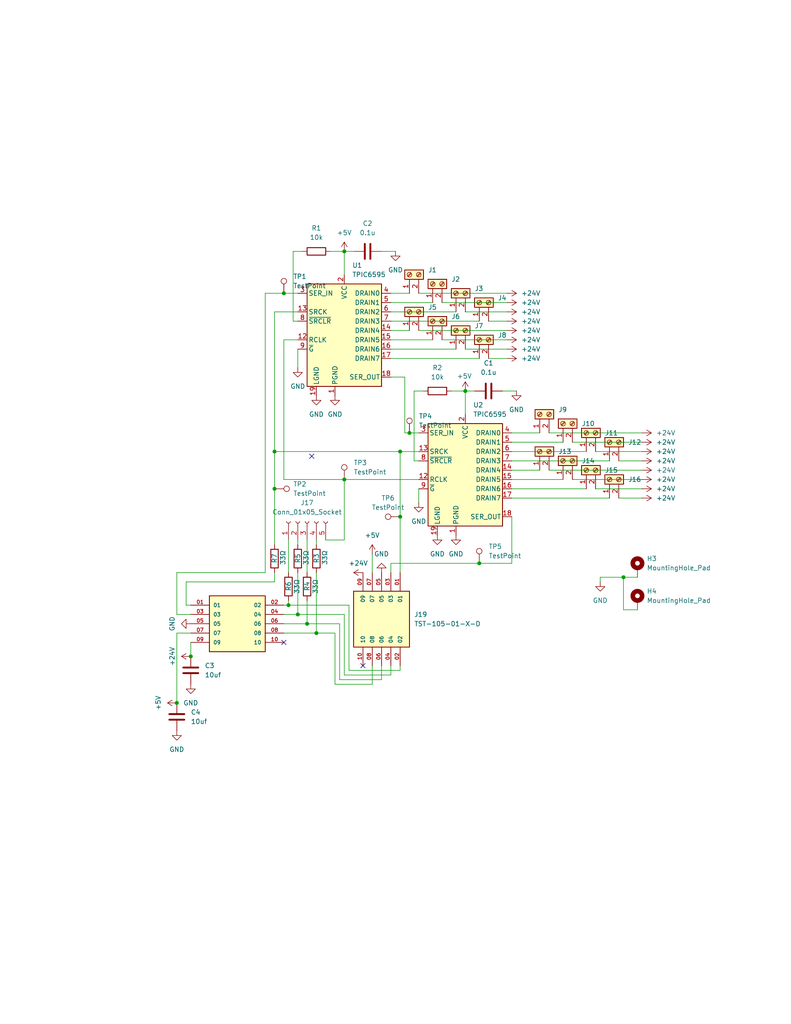
<source format=kicad_sch>
(kicad_sch (version 20250114) (generator "eeschema") (generator_version "9.0")
  (paper "USLetter" portrait)
  (title_block (title "MultiBiOS Serial Olfactometer Controller") (date "2025-09-26") (rev "0") (company "Ruta and Kronauer Labs, Rockefeller University") (comment 1 "No Valve Speed Modification"))
  (lib_symbols
    (symbol "Connector:Conn_01x05_Socket" (pin_names (offset 1.016) (hide yes))
      (property "Reference" "J" (at 0 7.62 0))
      (property "Value" "Conn_01x05_Socket" (at 0 -7.62 0))
      (symbol "Conn_01x05_Socket_1_1"
        (polyline (pts (xy -1.27 5.08) (xy -0.508 5.08)) (stroke (width 0.1524)))
        (polyline (pts (xy -1.27 2.54) (xy -0.508 2.54)) (stroke (width 0.1524)))
        (polyline (pts (xy -1.27 0) (xy -0.508 0)) (stroke (width 0.1524)))
        (polyline (pts (xy -1.27 -2.54) (xy -0.508 -2.54)) (stroke (width 0.1524)))
        (polyline (pts (xy -1.27 -5.08) (xy -0.508 -5.08)) (stroke (width 0.1524)))
        (arc (start 0 4.572) (mid -0.5058 5.08) (end 0 5.588) (stroke (width 0.1524)))
        (arc (start 0 2.032) (mid -0.5058 2.54) (end 0 3.048) (stroke (width 0.1524)))
        (arc (start 0 -0.508) (mid -0.5058 0) (end 0 0.508) (stroke (width 0.1524)))
        (arc (start 0 -3.048) (mid -0.5058 -2.54) (end 0 -2.032) (stroke (width 0.1524)))
        (arc (start 0 -5.588) (mid -0.5058 -5.08) (end 0 -4.572) (stroke (width 0.1524)))
        (pin passive line (at -5.08 5.08 0) (length 3.81) (name "Pin_1") (number "1"))
        (pin passive line (at -5.08 2.54 0) (length 3.81) (name "Pin_2") (number "2"))
        (pin passive line (at -5.08 0 0) (length 3.81) (name "Pin_3") (number "3"))
        (pin passive line (at -5.08 -2.54 0) (length 3.81) (name "Pin_4") (number "4"))
        (pin passive line (at -5.08 -5.08 0) (length 3.81) (name "Pin_5") (number "5"))
      )
    )
    (symbol "Connector:Screw_Terminal_01x02" (pin_names (offset 1.016) (hide yes))
      (property "Reference" "J" (at 0 2.54 0))
      (property "Value" "Screw_Terminal_01x02" (at 0 -5.08 0))
      (symbol "Screw_Terminal_01x02_1_1"
        (rectangle (start -1.27 1.27) (end 1.27 -3.81) (stroke (width 0.254)) (fill (type background)))
        (polyline (pts (xy -0.5334 0.3302) (xy 0.3302 -0.508)) (stroke (width 0.1524)))
        (polyline (pts (xy -0.5334 -2.2098) (xy 0.3302 -3.048)) (stroke (width 0.1524)))
        (polyline (pts (xy -0.3556 0.508) (xy 0.508 -0.3302)) (stroke (width 0.1524)))
        (polyline (pts (xy -0.3556 -2.032) (xy 0.508 -2.8702)) (stroke (width 0.1524)))
        (circle (center 0 0) (radius 0.635) (stroke (width 0.1524)))
        (circle (center 0 -2.54) (radius 0.635) (stroke (width 0.1524)))
        (pin passive line (at -5.08 0 0) (length 3.81) (name "Pin_1") (number "1"))
        (pin passive line (at -5.08 -2.54 0) (length 3.81) (name "Pin_2") (number "2"))
      )
    )
    (symbol "Connector:TestPoint" (pin_numbers (hide yes)) (pin_names (offset 0.762) (hide yes))
      (property "Reference" "TP" (at 0 6.858 0))
      (property "Value" "TestPoint" (at 0 5.08 0))
      (symbol "TestPoint_0_1"
        (circle (center 0 3.302) (radius 0.762))
      )
      (symbol "TestPoint_1_1"
        (pin passive line (at 0 0 90) (length 2.54) (name "1") (number "1"))
      )
    )
    (symbol "Device:C" (pin_numbers (hide yes)) (pin_names (offset 0.254))
      (property "Reference" "C" (at 0.635 2.54 0))
      (property "Value" "C" (at 0.635 -2.54 0))
      (symbol "C_0_1"
        (polyline (pts (xy -2.032 0.762) (xy 2.032 0.762)) (stroke (width 0.508)))
        (polyline (pts (xy -2.032 -0.762) (xy 2.032 -0.762)) (stroke (width 0.508)))
      )
      (symbol "C_1_1"
        (pin passive line (at 0 3.81 270) (length 2.794) (name "~") (number "1"))
        (pin passive line (at 0 -3.81 90) (length 2.794) (name "~") (number "2"))
      )
    )
    (symbol "Device:R" (pin_numbers (hide yes)) (pin_names (offset 0))
      (property "Reference" "R" (at 2.032 0 90))
      (property "Value" "R" (at 0 0 90))
      (symbol "R_0_1"
        (rectangle (start -1.016 -2.54) (end 1.016 2.54) (stroke (width 0.254)))
      )
      (symbol "R_1_1"
        (pin passive line (at 0 3.81 270) (length 1.27) (name "~") (number "1"))
        (pin passive line (at 0 -3.81 90) (length 1.27) (name "~") (number "2"))
      )
    )
    (symbol "Interface_Expansion:TPIC6595" (pin_names (offset 0.381))
      (property "Reference" "U" (at -8.89 13.97 0))
      (property "Value" "TPIC6595" (at 6.35 13.97 0))
      (symbol "TPIC6595_0_1"
        (rectangle (start -10.16 12.7) (end 10.16 -15.24) (stroke (width 0.254)) (fill (type background)))
      )
      (symbol "TPIC6595_1_1"
        (pin input line (at -12.7 10.16 0) (length 2.54) (name "SER_IN") (number "3"))
        (pin input line (at -12.7 5.08 0) (length 2.54) (name "SRCK") (number "13"))
        (pin input line (at -12.7 2.54 0) (length 2.54) (name "~{SRCLR}") (number "8"))
        (pin input line (at -12.7 -2.54 0) (length 2.54) (name "RCLK") (number "12"))
        (pin input line (at -12.7 -5.08 0) (length 2.54) (name "~{G}") (number "9"))
        (pin power_in line (at -7.62 -17.78 90) (length 2.54) (name "LGND") (number "19"))
        (pin power_in line (at -2.54 -17.78 90) (length 2.54) (name "PGND") (number "1"))
        (pin passive line (at -2.54 -17.78 90) (length 2.54) (hide yes) (name "PGND") (number "10"))
        (pin passive line (at -2.54 -17.78 90) (length 2.54) (hide yes) (name "PGND") (number "11"))
        (pin passive line (at -2.54 -17.78 90) (length 2.54) (hide yes) (name "PGND") (number "20"))
        (pin power_in line (at 0 15.24 270) (length 2.54) (name "VCC") (number "2"))
        (pin open_collector line (at 12.7 10.16 180) (length 2.54) (name "DRAIN0") (number "4"))
        (pin open_collector line (at 12.7 7.62 180) (length 2.54) (name "DRAIN1") (number "5"))
        (pin open_collector line (at 12.7 5.08 180) (length 2.54) (name "DRAIN2") (number "6"))
        (pin open_collector line (at 12.7 2.54 180) (length 2.54) (name "DRAIN3") (number "7"))
        (pin open_collector line (at 12.7 0 180) (length 2.54) (name "DRAIN4") (number "14"))
        (pin open_collector line (at 12.7 -2.54 180) (length 2.54) (name "DRAIN5") (number "15"))
        (pin open_collector line (at 12.7 -5.08 180) (length 2.54) (name "DRAIN6") (number "16"))
        (pin open_collector line (at 12.7 -7.62 180) (length 2.54) (name "DRAIN7") (number "17"))
        (pin output line (at 12.7 -12.7 180) (length 2.54) (name "SER_OUT") (number "18"))
      )
    )
    (symbol "Mechanical:MountingHole_Pad" (pin_numbers (hide yes)) (pin_names (offset 1.016) (hide yes)) (in_bom no)
      (property "Reference" "H" (at 0 6.35 0))
      (property "Value" "MountingHole_Pad" (at 0 4.445 0))
      (symbol "MountingHole_Pad_0_1"
        (circle (center 0 1.27) (radius 1.27) (stroke (width 1.27)))
      )
      (symbol "MountingHole_Pad_1_1"
        (pin input line (at 0 -2.54 90) (length 2.54) (name "1") (number "1"))
      )
    )
    (symbol "TST_105_01_G_D:TST-105-01-X-D" (pin_names (offset 1.016))
      (property "Reference" "J" (at -7.62 8.382 0))
      (property "Value" "TST-105-01-X-D" (at -7.62 -10.16 0))
      (symbol "TST-105-01-X-D_0_0"
        (rectangle (start -7.62 -7.62) (end 7.62 7.62) (stroke (width 0.254)) (fill (type background)))
        (pin passive line (at -12.7 5.08 0) (length 5.08) (name "01") (number "01"))
        (pin passive line (at -12.7 2.54 0) (length 5.08) (name "03") (number "03"))
        (pin passive line (at -12.7 0 0) (length 5.08) (name "05") (number "05"))
        (pin passive line (at -12.7 -2.54 0) (length 5.08) (name "07") (number "07"))
        (pin passive line (at -12.7 -5.08 0) (length 5.08) (name "09") (number "09"))
        (pin passive line (at 12.7 5.08 180) (length 5.08) (name "02") (number "02"))
        (pin passive line (at 12.7 2.54 180) (length 5.08) (name "04") (number "04"))
        (pin passive line (at 12.7 0 180) (length 5.08) (name "06") (number "06"))
        (pin passive line (at 12.7 -2.54 180) (length 5.08) (name "08") (number "08"))
        (pin passive line (at 12.7 -5.08 180) (length 5.08) (name "10") (number "10"))
      )
    )
    (symbol "power:+24V" (power) (pin_numbers (hide yes)) (pin_names (offset 0) (hide yes))
      (property "Value" "+24V" (at 0 3.556 0))
      (symbol "+24V_0_1"
        (polyline (pts (xy -0.762 1.27) (xy 0 2.54)))
        (polyline (pts (xy 0 2.54) (xy 0.762 1.27)))
        (polyline (pts (xy 0 0) (xy 0 2.54)))
      )
      (symbol "+24V_1_1"
        (pin power_in line (at 0 0 90) (length 0) (name "~") (number "1"))
      )
    )
    (symbol "power:+5V" (power) (pin_numbers (hide yes)) (pin_names (offset 0) (hide yes))
      (property "Value" "+5V" (at 0 3.556 0))
      (symbol "+5V_0_1"
        (polyline (pts (xy -0.762 1.27) (xy 0 2.54)))
        (polyline (pts (xy 0 2.54) (xy 0.762 1.27)))
        (polyline (pts (xy 0 0) (xy 0 2.54)))
      )
      (symbol "+5V_1_1"
        (pin power_in line (at 0 0 90) (length 0) (name "~") (number "1"))
      )
    )
    (symbol "power:GND" (power) (pin_numbers (hide yes)) (pin_names (offset 0) (hide yes))
      (property "Value" "GND" (at 0 -3.81 0))
      (symbol "GND_0_1"
        (polyline (pts (xy 0 0) (xy 0 -1.27) (xy 1.27 -1.27) (xy 0 -2.54) (xy -1.27 -1.27) (xy 0 -1.27)))
      )
      (symbol "GND_1_1"
        (pin power_in line (at 0 0 270) (length 0) (name "~") (number "1"))
      )
    )
  )
  (junction (at 83.82 170.18))
  (junction (at 77.47 80.01))
  (junction (at 127 106.68))
  (junction (at 93.98 130.81))
  (junction (at 86.36 172.72))
  (junction (at 93.98 68.58))
  (junction (at 78.74 165.1))
  (junction (at 109.22 123.19))
  (junction (at 109.22 140.97))
  (junction (at 52.07 179.07))
  (junction (at 74.93 123.19))
  (junction (at 170.18 157.48))
  (junction (at 130.81 153.67))
  (junction (at 48.26 191.77))
  (junction (at 74.93 133.35))
  (junction (at 81.28 167.64))
  (junction (at 111.76 118.11))
  (no_connect (at 99.06 181.61))
  (no_connect (at 85.09 124.46))
  (no_connect (at 77.47 175.26))
  (wire (pts (xy 92.71 170.18) (xy 92.71 185.42)))
  (wire (pts (xy 81.28 147.32) (xy 81.28 148.59)))
  (wire (pts (xy 133.35 97.79) (xy 138.43 97.79)))
  (wire (pts (xy 48.26 191.77) (xy 48.26 172.72)))
  (wire (pts (xy 78.74 147.32) (xy 78.74 156.21)))
  (wire (pts (xy 81.28 80.01) (xy 77.47 80.01)))
  (wire (pts (xy 48.26 156.21) (xy 48.26 167.64)))
  (wire (pts (xy 78.74 163.83) (xy 78.74 165.1)))
  (wire (pts (xy 80.01 68.58) (xy 82.55 68.58)))
  (wire (pts (xy 109.22 123.19) (xy 114.3 123.19)))
  (wire (pts (xy 93.98 130.81) (xy 93.98 147.32)))
  (wire (pts (xy 106.68 85.09) (xy 124.46 85.09)))
  (wire (pts (xy 163.83 157.48) (xy 163.83 158.75)))
  (wire (pts (xy 114.3 137.16) (xy 114.3 133.35)))
  (wire (pts (xy 74.93 133.35) (xy 74.93 148.59)))
  (wire (pts (xy 162.56 123.19) (xy 175.26 123.19)))
  (wire (pts (xy 93.98 184.15) (xy 106.68 184.15)))
  (wire (pts (xy 127 106.68) (xy 127 113.03)))
  (wire (pts (xy 168.91 125.73) (xy 175.26 125.73)))
  (wire (pts (xy 139.7 118.11) (xy 147.32 118.11)))
  (wire (pts (xy 107.95 68.58) (xy 104.14 68.58)))
  (wire (pts (xy 81.28 100.33) (xy 81.28 95.25)))
  (wire (pts (xy 74.93 85.09) (xy 81.28 85.09)))
  (wire (pts (xy 77.47 80.01) (xy 72.39 80.01)))
  (wire (pts (xy 74.93 123.19) (xy 109.22 123.19)))
  (wire (pts (xy 162.56 133.35) (xy 175.26 133.35)))
  (wire (pts (xy 95.25 182.88) (xy 109.22 182.88)))
  (wire (pts (xy 114.3 80.01) (xy 138.43 80.01)))
  (wire (pts (xy 86.36 172.72) (xy 91.44 172.72)))
  (wire (pts (xy 140.97 106.68) (xy 137.16 106.68)))
  (wire (pts (xy 111.76 118.11) (xy 114.3 118.11)))
  (wire (pts (xy 170.18 157.48) (xy 163.83 157.48)))
  (wire (pts (xy 50.8 158.75) (xy 50.8 165.1)))
  (wire (pts (xy 92.71 185.42) (xy 104.14 185.42)))
  (wire (pts (xy 77.47 165.1) (xy 78.74 165.1)))
  (wire (pts (xy 86.36 147.32) (xy 86.36 148.59)))
  (wire (pts (xy 139.7 123.19) (xy 160.02 123.19)))
  (wire (pts (xy 133.35 87.63) (xy 138.43 87.63)))
  (wire (pts (xy 81.28 156.21) (xy 81.28 167.64)))
  (wire (pts (xy 139.7 140.97) (xy 139.7 153.67)))
  (wire (pts (xy 93.98 130.81) (xy 114.3 130.81)))
  (wire (pts (xy 77.47 130.81) (xy 93.98 130.81)))
  (wire (pts (xy 129.54 106.68) (xy 127 106.68)))
  (wire (pts (xy 149.86 118.11) (xy 175.26 118.11)))
  (wire (pts (xy 83.82 147.32) (xy 83.82 156.21)))
  (wire (pts (xy 78.74 165.1) (xy 95.25 165.1)))
  (wire (pts (xy 106.68 92.71) (xy 118.11 92.71)))
  (wire (pts (xy 106.68 97.79) (xy 130.81 97.79)))
  (wire (pts (xy 106.68 153.67) (xy 106.68 156.21)))
  (wire (pts (xy 139.7 120.65) (xy 153.67 120.65)))
  (wire (pts (xy 139.7 125.73) (xy 166.37 125.73)))
  (wire (pts (xy 109.22 140.97) (xy 109.22 156.21)))
  (wire (pts (xy 74.93 85.09) (xy 74.93 123.19)))
  (wire (pts (xy 106.68 95.25) (xy 124.46 95.25)))
  (wire (pts (xy 168.91 135.89) (xy 175.26 135.89)))
  (wire (pts (xy 111.76 90.17) (xy 106.68 90.17)))
  (wire (pts (xy 48.26 167.64) (xy 52.07 167.64)))
  (wire (pts (xy 130.81 153.67) (xy 139.7 153.67)))
  (wire (pts (xy 173.99 166.37) (xy 170.18 166.37)))
  (wire (pts (xy 156.21 130.81) (xy 175.26 130.81)))
  (wire (pts (xy 93.98 167.64) (xy 93.98 184.15)))
  (wire (pts (xy 104.14 185.42) (xy 104.14 181.61)))
  (wire (pts (xy 83.82 163.83) (xy 83.82 170.18)))
  (wire (pts (xy 120.65 82.55) (xy 138.43 82.55)))
  (wire (pts (xy 81.28 167.64) (xy 93.98 167.64)))
  (wire (pts (xy 127 85.09) (xy 138.43 85.09)))
  (wire (pts (xy 77.47 92.71) (xy 77.47 130.81)))
  (wire (pts (xy 77.47 172.72) (xy 86.36 172.72)))
  (wire (pts (xy 109.22 182.88) (xy 109.22 181.61)))
  (wire (pts (xy 52.07 175.26) (xy 52.07 179.07)))
  (wire (pts (xy 80.01 87.63) (xy 80.01 68.58)))
  (wire (pts (xy 109.22 123.19) (xy 109.22 140.97)))
  (wire (pts (xy 127 95.25) (xy 138.43 95.25)))
  (wire (pts (xy 74.93 156.21) (xy 74.93 158.75)))
  (wire (pts (xy 86.36 156.21) (xy 86.36 172.72)))
  (wire (pts (xy 106.68 153.67) (xy 130.81 153.67)))
  (wire (pts (xy 139.7 133.35) (xy 160.02 133.35)))
  (wire (pts (xy 115.57 106.68) (xy 113.03 106.68)))
  (wire (pts (xy 83.82 170.18) (xy 92.71 170.18)))
  (wire (pts (xy 77.47 170.18) (xy 83.82 170.18)))
  (wire (pts (xy 90.17 68.58) (xy 93.98 68.58)))
  (wire (pts (xy 113.03 106.68) (xy 113.03 125.73)))
  (wire (pts (xy 48.26 172.72) (xy 52.07 172.72)))
  (wire (pts (xy 139.7 130.81) (xy 153.67 130.81)))
  (wire (pts (xy 81.28 87.63) (xy 80.01 87.63)))
  (wire (pts (xy 50.8 158.75) (xy 74.93 158.75)))
  (wire (pts (xy 88.9 147.32) (xy 93.98 147.32)))
  (wire (pts (xy 101.6 151.13) (xy 101.6 156.21)))
  (wire (pts (xy 93.98 68.58) (xy 93.98 74.93)))
  (wire (pts (xy 106.68 87.63) (xy 130.81 87.63)))
  (wire (pts (xy 139.7 135.89) (xy 166.37 135.89)))
  (wire (pts (xy 106.68 82.55) (xy 118.11 82.55)))
  (wire (pts (xy 120.65 92.71) (xy 138.43 92.71)))
  (wire (pts (xy 110.49 102.87) (xy 106.68 102.87)))
  (wire (pts (xy 95.25 165.1) (xy 95.25 182.88)))
  (wire (pts (xy 106.68 184.15) (xy 106.68 181.61)))
  (wire (pts (xy 156.21 120.65) (xy 175.26 120.65)))
  (wire (pts (xy 91.44 186.69) (xy 101.6 186.69)))
  (wire (pts (xy 110.49 118.11) (xy 110.49 102.87)))
  (wire (pts (xy 111.76 80.01) (xy 106.68 80.01)))
  (wire (pts (xy 139.7 128.27) (xy 147.32 128.27)))
  (wire (pts (xy 77.47 92.71) (xy 81.28 92.71)))
  (wire (pts (xy 101.6 186.69) (xy 101.6 181.61)))
  (wire (pts (xy 173.99 157.48) (xy 170.18 157.48)))
  (wire (pts (xy 91.44 172.72) (xy 91.44 186.69)))
  (wire (pts (xy 170.18 157.48) (xy 170.18 166.37)))
  (wire (pts (xy 50.8 165.1) (xy 52.07 165.1)))
  (wire (pts (xy 110.49 118.11) (xy 111.76 118.11)))
  (wire (pts (xy 114.3 90.17) (xy 138.43 90.17)))
  (wire (pts (xy 123.19 106.68) (xy 127 106.68)))
  (wire (pts (xy 113.03 125.73) (xy 114.3 125.73)))
  (wire (pts (xy 72.39 80.01) (xy 72.39 156.21)))
  (wire (pts (xy 149.86 128.27) (xy 175.26 128.27)))
  (wire (pts (xy 96.52 68.58) (xy 93.98 68.58)))
  (wire (pts (xy 77.47 167.64) (xy 81.28 167.64)))
  (wire (pts (xy 48.26 156.21) (xy 72.39 156.21)))
  (wire (pts (xy 74.93 123.19) (xy 74.93 133.35)))
  (symbol (lib_id "power:+24V") (at 99.06 156.21 90) (unit 1)
    (property "Reference" "#PWR032" (effects (hide yes)))
    (property "Value" "+24V" (at 97.79 153.67 90))
    (property "Description" "Power symbol creates a global label with name \"+24V\"" (effects (hide yes)))
  )
  (symbol (lib_id "Device:C") (at 52.07 182.88 0) (unit 1)
    (property "Reference" "C3" (at 55.88 181.6099 0) (effects (justify left)))
    (property "Value" "10uf" (at 55.88 184.1499 0) (effects (justify left)))
    (property "Footprint" "Capacitor_SMD:C_0603_1608Metric" (effects (hide yes)))
    (property "Description" "Unpolarized capacitor" (effects (hide yes)))
  )
  (symbol (lib_id "Connector:TestPoint") (at 74.93 133.35 270) (unit 1)
    (property "Reference" "TP2" (at 80.01 132.0799 90) (effects (justify left)))
    (property "Value" "TestPoint" (at 80.01 134.6199 90) (effects (justify left)))
    (property "Footprint" "TestPoint:TestPoint_Pad_2.0x2.0mm" (effects (hide yes)))
    (property "Description" "test point" (effects (hide yes)))
  )
  (symbol (lib_id "Device:R") (at 74.93 152.4 180) (unit 1)
    (property "Reference" "R7" (at 74.93 153.67 90) (effects (justify right)))
    (property "Value" "33Ω" (at 77.216 154.178 90) (effects (justify right)))
    (property "Footprint" "Resistor_SMD:R_0603_1608Metric" (effects (hide yes)))
    (property "Description" "Resistor" (effects (hide yes)))
  )
  (symbol (lib_id "Connector:Screw_Terminal_01x02") (at 153.67 125.73 90) (unit 1)
    (property "Reference" "J14" (at 158.75 125.7299 90) (effects (justify right)))
    (property "Value" "Screw_Terminal_01x02" (effects (hide yes)))
    (property "Footprint" "1935310:PHOENIX_1935310" (effects (hide yes)))
    (property "Description" "Generic screw terminal, single row, 01x02, script generated (kicad-library-utils/schlib/autogen/connector/)" (effects (hide yes)))
  )
  (symbol (lib_id "power:+24V") (at 138.43 92.71 270) (unit 1)
    (property "Reference" "#PWR016" (effects (hide yes)))
    (property "Value" "+24V" (at 142.24 92.7099 90) (effects (justify left)))
    (property "Description" "Power symbol creates a global label with name \"+24V\"" (effects (hide yes)))
  )
  (symbol (lib_id "power:+24V") (at 138.43 97.79 270) (unit 1)
    (property "Reference" "#PWR018" (effects (hide yes)))
    (property "Value" "+24V" (at 142.24 97.7899 90) (effects (justify left)))
    (property "Description" "Power symbol creates a global label with name \"+24V\"" (effects (hide yes)))
  )
  (symbol (lib_id "Interface_Expansion:TPIC6595") (at 93.98 90.17 0) (unit 1)
    (property "Reference" "U1" (at 96.1233 72.39 0) (effects (justify left)))
    (property "Value" "TPIC6595" (at 96.1233 74.93 0) (effects (justify left)))
    (property "Footprint" "TPIC6B595N:DIP254P762X508-20" (effects (hide yes)))
    (property "Datasheet" "http://www.ti.com/lit/ds/symlink/tpic6595.pdf" (effects (hide yes)))
    (property "Description" "Power Logic 8-bit Shift Register, DIP-8/SOIC-8" (effects (hide yes)))
  )
  (symbol (lib_id "power:GND") (at 107.95 68.58 0) (unit 1)
    (property "Reference" "#PWR09" (effects (hide yes)))
    (property "Value" "GND" (at 107.95 73.66 0))
    (property "Description" "Power symbol creates a global label with name \"GND\" , ground" (effects (hide yes)))
  )
  (symbol (lib_id "power:+5V") (at 101.6 151.13 0) (unit 1)
    (property "Reference" "#PWR031" (effects (hide yes)))
    (property "Value" "+5V" (at 101.6 146.05 0))
    (property "Description" "Power symbol creates a global label with name \"+5V\"" (effects (hide yes)))
  )
  (symbol (lib_id "power:GND") (at 104.14 156.21 180) (unit 1)
    (property "Reference" "#PWR030" (effects (hide yes)))
    (property "Value" "GND" (at 104.14 151.13 0))
    (property "Description" "Power symbol creates a global label with name \"GND\" , ground" (effects (hide yes)))
  )
  (symbol (lib_id "Connector:Screw_Terminal_01x02") (at 118.11 87.63 90) (unit 1)
    (property "Reference" "J6" (at 123.19 86.3599 90) (effects (justify right)))
    (property "Value" "Screw_Terminal_01x02" (effects (hide yes)))
    (property "Footprint" "1935310:PHOENIX_1935310" (effects (hide yes)))
    (property "Description" "Generic screw terminal, single row, 01x02, script generated (kicad-library-utils/schlib/autogen/connector/)" (effects (hide yes)))
  )
  (symbol (lib_id "power:+5V") (at 48.26 191.77 90) (unit 1)
    (property "Reference" "#PWR029" (effects (hide yes)))
    (property "Value" "+5V" (at 43.18 191.77 0))
    (property "Description" "Power symbol creates a global label with name \"+5V\"" (effects (hide yes)))
  )
  (symbol (lib_id "power:+5V") (at 127 106.68 0) (unit 1)
    (property "Reference" "#PWR06" (effects (hide yes)))
    (property "Value" "+5V" (at 126.746 102.616 0))
    (property "Description" "Power symbol creates a global label with name \"+5V\"" (effects (hide yes)))
  )
  (symbol (lib_id "TST_105_01_G_D:TST-105-01-X-D") (at 64.77 170.18 0) (unit 1)
    (property "Reference" "J18" (effects (hide yes)))
    (property "Value" "TST-105-01-X-D" (effects (hide yes)))
    (property "Footprint" "TST-105-01-G-D:SAMTEC_TST-105-01-X-D" (effects (hide yes)))
    (property "MAXIMUM_PACKAGE_HEIGHT" "9.27mm" (effects (hide yes)))
    (property "CREATOR" "ASHISH" (effects (hide yes)))
    (property "STANDARD" "Manufacturer Recommendations" (effects (hide yes)))
    (property "PARTREV" "1-23-96" (effects (hide yes)))
    (property "MANUFACTURER" "Samtec" (effects (hide yes)))
  )
  (symbol (lib_id "power:+24V") (at 175.26 118.11 270) (unit 1)
    (property "Reference" "#PWR019" (effects (hide yes)))
    (property "Value" "+24V" (at 179.07 118.1099 90) (effects (justify left)))
    (property "Description" "Power symbol creates a global label with name \"+24V\"" (effects (hide yes)))
  )
  (symbol (lib_id "Device:R") (at 78.74 160.02 180) (unit 1)
    (property "Reference" "R6" (at 78.74 161.29 90) (effects (justify right)))
    (property "Value" "33Ω" (at 81.026 162.052 90) (effects (justify right)))
    (property "Footprint" "Resistor_SMD:R_0603_1608Metric" (effects (hide yes)))
    (property "Description" "Resistor" (effects (hide yes)))
  )
  (symbol (lib_id "power:GND") (at 163.83 158.75 0) (unit 1)
    (property "Reference" "#PWR035" (effects (hide yes)))
    (property "Value" "GND" (at 163.83 163.83 0))
    (property "Description" "Power symbol creates a global label with name \"GND\" , ground" (effects (hide yes)))
  )
  (symbol (lib_id "Connector:Screw_Terminal_01x02") (at 118.11 77.47 90) (unit 1)
    (property "Reference" "J2" (at 123.19 76.1999 90) (effects (justify right)))
    (property "Value" "Screw_Terminal_01x02" (effects (hide yes)))
    (property "Footprint" "1935310:PHOENIX_1935310" (effects (hide yes)))
    (property "Description" "Generic screw terminal, single row, 01x02, script generated (kicad-library-utils/schlib/autogen/connector/)" (effects (hide yes)))
  )
  (symbol (lib_id "Connector:Screw_Terminal_01x02") (at 160.02 128.27 90) (unit 1)
    (property "Reference" "J15" (at 165.1 128.2699 90) (effects (justify right)))
    (property "Value" "Screw_Terminal_01x02" (effects (hide yes)))
    (property "Footprint" "1935310:PHOENIX_1935310" (effects (hide yes)))
    (property "Description" "Generic screw terminal, single row, 01x02, script generated (kicad-library-utils/schlib/autogen/connector/)" (effects (hide yes)))
  )
  (symbol (lib_id "Connector:TestPoint") (at 77.47 80.01 0) (unit 1)
    (property "Reference" "TP1" (at 80.01 75.4379 0) (effects (justify left)))
    (property "Value" "TestPoint" (at 80.01 77.9779 0) (effects (justify left)))
    (property "Footprint" "TestPoint:TestPoint_Pad_2.0x2.0mm" (effects (hide yes)))
    (property "Description" "test point" (effects (hide yes)))
  )
  (symbol (lib_id "Device:C") (at 100.33 68.58 90) (unit 1)
    (property "Reference" "C2" (at 100.33 60.96 90))
    (property "Value" "0.1u" (at 100.33 63.5 90))
    (property "Footprint" "Capacitor_SMD:C_0603_1608Metric" (effects (hide yes)))
    (property "Description" "Unpolarized capacitor" (effects (hide yes)))
  )
  (symbol (lib_id "power:GND") (at 48.26 199.39 0) (unit 1)
    (property "Reference" "#PWR033" (effects (hide yes)))
    (property "Value" "GND" (at 48.26 204.47 0))
    (property "Description" "Power symbol creates a global label with name \"GND\" , ground" (effects (hide yes)))
  )
  (symbol (lib_id "Connector:Screw_Terminal_01x02") (at 130.81 82.55 90) (unit 1)
    (property "Reference" "J4" (at 135.89 81.2799 90) (effects (justify right)))
    (property "Value" "Screw_Terminal_01x02" (effects (hide yes)))
    (property "Footprint" "1935310:PHOENIX_1935310" (effects (hide yes)))
    (property "Description" "Generic screw terminal, single row, 01x02, script generated (kicad-library-utils/schlib/autogen/connector/)" (effects (hide yes)))
  )
  (symbol (lib_id "power:GND") (at 119.38 146.05 0) (unit 1)
    (property "Reference" "#PWR01" (effects (hide yes)))
    (property "Value" "GND" (at 119.38 151.13 0))
    (property "Description" "Power symbol creates a global label with name \"GND\" , ground" (effects (hide yes)))
  )
  (symbol (lib_id "Device:R") (at 81.28 152.4 180) (unit 1)
    (property "Reference" "R5" (at 81.28 153.67 90) (effects (justify right)))
    (property "Value" "33Ω" (at 83.566 154.178 90) (effects (justify right)))
    (property "Footprint" "Resistor_SMD:R_0603_1608Metric" (effects (hide yes)))
    (property "Description" "Resistor" (effects (hide yes)))
  )
  (symbol (lib_id "Device:R") (at 86.36 68.58 90) (unit 1)
    (property "Reference" "R1" (at 86.36 62.23 90))
    (property "Value" "10k" (at 86.36 64.77 90))
    (property "Footprint" "Resistor_SMD:R_0603_1608Metric" (effects (hide yes)))
    (property "Description" "Resistor" (effects (hide yes)))
  )
  (symbol (lib_id "power:+24V") (at 175.26 120.65 270) (unit 1)
    (property "Reference" "#PWR020" (effects (hide yes)))
    (property "Value" "+24V" (at 179.07 120.6499 90) (effects (justify left)))
    (property "Description" "Power symbol creates a global label with name \"+24V\"" (effects (hide yes)))
  )
  (symbol (lib_id "Device:R") (at 86.36 152.4 180) (unit 1)
    (property "Reference" "R3" (at 86.36 153.67 90) (effects (justify right)))
    (property "Value" "33Ω" (at 88.646 154.178 90) (effects (justify right)))
    (property "Footprint" "Resistor_SMD:R_0603_1608Metric" (effects (hide yes)))
    (property "Description" "Resistor" (effects (hide yes)))
  )
  (symbol (lib_id "power:GND") (at 140.97 106.68 0) (unit 1)
    (property "Reference" "#PWR010" (effects (hide yes)))
    (property "Value" "GND" (at 140.97 111.76 0))
    (property "Description" "Power symbol creates a global label with name \"GND\" , ground" (effects (hide yes)))
  )
  (symbol (lib_id "Interface_Expansion:TPIC6595") (at 127 128.27 0) (unit 1)
    (property "Reference" "U2" (at 129.1433 110.49 0) (effects (justify left)))
    (property "Value" "TPIC6595" (at 129.1433 113.03 0) (effects (justify left)))
    (property "Footprint" "TPIC6B595N:DIP254P762X508-20" (effects (hide yes)))
    (property "Datasheet" "http://www.ti.com/lit/ds/symlink/tpic6595.pdf" (effects (hide yes)))
    (property "Description" "Power Logic 8-bit Shift Register, DIP-8/SOIC-8" (effects (hide yes)))
  )
  (symbol (lib_id "Connector:TestPoint") (at 130.81 153.67 0) (unit 1)
    (property "Reference" "TP5" (at 133.35 149.0979 0) (effects (justify left)))
    (property "Value" "TestPoint" (at 133.35 151.6379 0) (effects (justify left)))
    (property "Footprint" "TestPoint:TestPoint_Pad_2.0x2.0mm" (effects (hide yes)))
    (property "Description" "test point" (effects (hide yes)))
  )
  (symbol (lib_id "power:+24V") (at 175.26 130.81 270) (unit 1)
    (property "Reference" "#PWR024" (effects (hide yes)))
    (property "Value" "+24V" (at 179.07 130.8099 90) (effects (justify left)))
    (property "Description" "Power symbol creates a global label with name \"+24V\"" (effects (hide yes)))
  )
  (symbol (lib_id "Connector:Screw_Terminal_01x02") (at 147.32 113.03 90) (unit 1)
    (property "Reference" "J9" (at 152.4 111.7599 90) (effects (justify right)))
    (property "Value" "Screw_Terminal_01x02" (effects (hide yes)))
    (property "Footprint" "1935310:PHOENIX_1935310" (effects (hide yes)))
    (property "Description" "Generic screw terminal, single row, 01x02, script generated (kicad-library-utils/schlib/autogen/connector/)" (effects (hide yes)))
  )
  (symbol (lib_id "power:+24V") (at 175.26 133.35 270) (unit 1)
    (property "Reference" "#PWR025" (effects (hide yes)))
    (property "Value" "+24V" (at 179.07 133.3499 90) (effects (justify left)))
    (property "Description" "Power symbol creates a global label with name \"+24V\"" (effects (hide yes)))
  )
  (symbol (lib_id "power:+24V") (at 138.43 85.09 270) (unit 1)
    (property "Reference" "#PWR013" (effects (hide yes)))
    (property "Value" "+24V" (at 142.24 85.0899 90) (effects (justify left)))
    (property "Description" "Power symbol creates a global label with name \"+24V\"" (effects (hide yes)))
  )
  (symbol (lib_id "power:GND") (at 81.28 100.33 0) (unit 1)
    (property "Reference" "#PWR08" (effects (hide yes)))
    (property "Value" "GND" (at 81.28 105.41 0))
    (property "Description" "Power symbol creates a global label with name \"GND\" , ground" (effects (hide yes)))
  )
  (symbol (lib_id "Device:C") (at 48.26 195.58 0) (unit 1)
    (property "Reference" "C4" (at 52.07 194.3099 0) (effects (justify left)))
    (property "Value" "10uf" (at 52.07 196.8499 0) (effects (justify left)))
    (property "Footprint" "Capacitor_SMD:C_0603_1608Metric" (effects (hide yes)))
    (property "Description" "Unpolarized capacitor" (effects (hide yes)))
  )
  (symbol (lib_id "Connector:Screw_Terminal_01x02") (at 124.46 80.01 90) (unit 1)
    (property "Reference" "J3" (at 129.54 78.7399 90) (effects (justify right)))
    (property "Value" "Screw_Terminal_01x02" (effects (hide yes)))
    (property "Footprint" "1935310:PHOENIX_1935310" (effects (hide yes)))
    (property "Description" "Generic screw terminal, single row, 01x02, script generated (kicad-library-utils/schlib/autogen/connector/)" (effects (hide yes)))
  )
  (symbol (lib_id "Connector:Screw_Terminal_01x02") (at 124.46 90.17 90) (unit 1)
    (property "Reference" "J7" (at 129.54 88.8999 90) (effects (justify right)))
    (property "Value" "Screw_Terminal_01x02" (effects (hide yes)))
    (property "Footprint" "1935310:PHOENIX_1935310" (effects (hide yes)))
    (property "Description" "Generic screw terminal, single row, 01x02, script generated (kicad-library-utils/schlib/autogen/connector/)" (effects (hide yes)))
  )
  (symbol (lib_id "Connector:Screw_Terminal_01x02") (at 130.81 92.71 90) (unit 1)
    (property "Reference" "J8" (at 135.89 91.4399 90) (effects (justify right)))
    (property "Value" "Screw_Terminal_01x02" (effects (hide yes)))
    (property "Footprint" "1935310:PHOENIX_1935310" (effects (hide yes)))
    (property "Description" "Generic screw terminal, single row, 01x02, script generated (kicad-library-utils/schlib/autogen/connector/)" (effects (hide yes)))
  )
  (symbol (lib_id "power:GND") (at 114.3 137.16 0) (unit 1)
    (property "Reference" "#PWR07" (effects (hide yes)))
    (property "Value" "GND" (at 114.3 142.24 0))
    (property "Description" "Power symbol creates a global label with name \"GND\" , ground" (effects (hide yes)))
  )
  (symbol (lib_id "power:+24V") (at 175.26 125.73 270) (unit 1)
    (property "Reference" "#PWR022" (effects (hide yes)))
    (property "Value" "+24V" (at 179.07 125.7299 90) (effects (justify left)))
    (property "Description" "Power symbol creates a global label with name \"+24V\"" (effects (hide yes)))
  )
  (symbol (lib_id "power:+24V") (at 138.43 87.63 270) (unit 1)
    (property "Reference" "#PWR014" (effects (hide yes)))
    (property "Value" "+24V" (at 142.24 87.6299 90) (effects (justify left)))
    (property "Description" "Power symbol creates a global label with name \"+24V\"" (effects (hide yes)))
  )
  (symbol (lib_id "power:+24V") (at 175.26 128.27 270) (unit 1)
    (property "Reference" "#PWR023" (effects (hide yes)))
    (property "Value" "+24V" (at 179.07 128.2699 90) (effects (justify left)))
    (property "Description" "Power symbol creates a global label with name \"+24V\"" (effects (hide yes)))
  )
  (symbol (lib_id "power:GND") (at 52.07 170.18 270) (unit 1)
    (property "Reference" "#PWR027" (effects (hide yes)))
    (property "Value" "GND" (at 46.99 170.18 0))
    (property "Description" "Power symbol creates a global label with name \"GND\" , ground" (effects (hide yes)))
  )
  (symbol (lib_id "power:GND") (at 52.07 186.69 0) (unit 1)
    (property "Reference" "#PWR034" (effects (hide yes)))
    (property "Value" "GND" (at 52.07 191.77 0))
    (property "Description" "Power symbol creates a global label with name \"GND\" , ground" (effects (hide yes)))
  )
  (symbol (lib_id "Connector:Screw_Terminal_01x02") (at 111.76 74.93 90) (unit 1)
    (property "Reference" "J1" (at 116.84 73.6599 90) (effects (justify right)))
    (property "Value" "Screw_Terminal_01x02" (effects (hide yes)))
    (property "Footprint" "1935310:PHOENIX_1935310" (effects (hide yes)))
    (property "Description" "Generic screw terminal, single row, 01x02, script generated (kicad-library-utils/schlib/autogen/connector/)" (effects (hide yes)))
  )
  (symbol (lib_id "power:+24V") (at 138.43 80.01 270) (unit 1)
    (property "Reference" "#PWR011" (effects (hide yes)))
    (property "Value" "+24V" (at 142.24 80.0099 90) (effects (justify left)))
    (property "Description" "Power symbol creates a global label with name \"+24V\"" (effects (hide yes)))
  )
  (symbol (lib_id "Connector:TestPoint") (at 109.22 140.97 90) (unit 1)
    (property "Reference" "TP6" (at 105.918 135.89 90))
    (property "Value" "TestPoint" (at 105.918 138.43 90))
    (property "Footprint" "TestPoint:TestPoint_Pad_2.0x2.0mm" (effects (hide yes)))
    (property "Description" "test point" (effects (hide yes)))
  )
  (symbol (lib_id "power:+24V") (at 52.07 179.07 90) (unit 1)
    (property "Reference" "#PWR028" (effects (hide yes)))
    (property "Value" "+24V" (at 46.99 179.07 0))
    (property "Description" "Power symbol creates a global label with name \"+24V\"" (effects (hide yes)))
  )
  (symbol (lib_id "TST_105_01_G_D:TST-105-01-X-D") (at 104.14 168.91 270) (unit 1)
    (property "Reference" "J19" (at 113.03 167.6399 90) (effects (justify left)))
    (property "Value" "TST-105-01-X-D" (at 113.03 170.1799 90) (effects (justify left)))
    (property "Footprint" "TST-105-01-G-D:SAMTEC_TST-105-01-X-D" (effects (hide yes)))
    (property "MAXIMUM_PACKAGE_HEIGHT" "9.27mm" (effects (hide yes)))
    (property "CREATOR" "ASHISH" (effects (hide yes)))
    (property "STANDARD" "Manufacturer Recommendations" (effects (hide yes)))
    (property "PARTREV" "1-23-96" (effects (hide yes)))
    (property "MANUFACTURER" "Samtec" (effects (hide yes)))
  )
  (symbol (lib_id "Connector:TestPoint") (at 93.98 130.81 0) (unit 1)
    (property "Reference" "TP3" (at 96.52 126.2379 0) (effects (justify left)))
    (property "Value" "TestPoint" (at 96.52 128.7779 0) (effects (justify left)))
    (property "Footprint" "TestPoint:TestPoint_Pad_2.0x2.0mm" (effects (hide yes)))
    (property "Description" "test point" (effects (hide yes)))
  )
  (symbol (lib_id "Mechanical:MountingHole_Pad") (at 173.99 154.94 0) (unit 1) (in_bom no)
    (property "Reference" "H3" (at 176.53 152.3999 0) (effects (justify left)))
    (property "Value" "MountingHole_Pad" (at 176.53 154.9399 0) (effects (justify left)))
    (property "Description" "Mounting Hole with connection" (effects (hide yes)))
  )
  (symbol (lib_id "Connector:Screw_Terminal_01x02") (at 111.76 85.09 90) (unit 1)
    (property "Reference" "J5" (at 116.84 83.8199 90) (effects (justify right)))
    (property "Value" "Screw_Terminal_01x02" (effects (hide yes)))
    (property "Footprint" "1935310:PHOENIX_1935310" (effects (hide yes)))
    (property "Description" "Generic screw terminal, single row, 01x02, script generated (kicad-library-utils/schlib/autogen/connector/)" (effects (hide yes)))
  )
  (symbol (lib_id "power:+24V") (at 175.26 123.19 270) (unit 1)
    (property "Reference" "#PWR021" (effects (hide yes)))
    (property "Value" "+24V" (at 179.07 123.1899 90) (effects (justify left)))
    (property "Description" "Power symbol creates a global label with name \"+24V\"" (effects (hide yes)))
  )
  (symbol (lib_id "power:+24V") (at 138.43 90.17 270) (unit 1)
    (property "Reference" "#PWR015" (effects (hide yes)))
    (property "Value" "+24V" (at 142.24 90.1699 90) (effects (justify left)))
    (property "Description" "Power symbol creates a global label with name \"+24V\"" (effects (hide yes)))
  )
  (symbol (lib_id "Mechanical:MountingHole_Pad") (at 173.99 163.83 0) (unit 1) (in_bom no)
    (property "Reference" "H4" (at 176.53 161.2899 0) (effects (justify left)))
    (property "Value" "MountingHole_Pad" (at 176.53 163.8299 0) (effects (justify left)))
    (property "Description" "Mounting Hole with connection" (effects (hide yes)))
  )
  (symbol (lib_id "power:GND") (at 124.46 146.05 0) (unit 1)
    (property "Reference" "#PWR02" (effects (hide yes)))
    (property "Value" "GND" (at 124.46 151.13 0))
    (property "Description" "Power symbol creates a global label with name \"GND\" , ground" (effects (hide yes)))
  )
  (symbol (lib_id "power:+24V") (at 138.43 82.55 270) (unit 1)
    (property "Reference" "#PWR012" (effects (hide yes)))
    (property "Value" "+24V" (at 142.24 82.5499 90) (effects (justify left)))
    (property "Description" "Power symbol creates a global label with name \"+24V\"" (effects (hide yes)))
  )
  (symbol (lib_id "power:+24V") (at 175.26 135.89 270) (unit 1)
    (property "Reference" "#PWR026" (effects (hide yes)))
    (property "Value" "+24V" (at 179.07 135.8899 90) (effects (justify left)))
    (property "Description" "Power symbol creates a global label with name \"+24V\"" (effects (hide yes)))
  )
  (symbol (lib_id "Device:C") (at 133.35 106.68 90) (unit 1)
    (property "Reference" "C1" (at 133.35 99.06 90))
    (property "Value" "0.1u" (at 133.35 101.6 90))
    (property "Footprint" "Capacitor_SMD:C_0603_1608Metric" (effects (hide yes)))
    (property "Description" "Unpolarized capacitor" (effects (hide yes)))
  )
  (symbol (lib_id "Connector:TestPoint") (at 111.76 118.11 0) (unit 1)
    (property "Reference" "TP4" (at 114.3 113.5379 0) (effects (justify left)))
    (property "Value" "TestPoint" (at 114.3 116.0779 0) (effects (justify left)))
    (property "Footprint" "TestPoint:TestPoint_Pad_2.0x2.0mm" (effects (hide yes)))
    (property "Description" "test point" (effects (hide yes)))
  )
  (symbol (lib_id "Connector:Conn_01x05_Socket") (at 83.82 142.24 90) (unit 1)
    (property "Reference" "J17" (at 83.82 137.16 90))
    (property "Value" "Conn_01x05_Socket" (at 83.82 139.7 90))
    (property "Footprint" "Connector_PinSocket_2.54mm:PinSocket_1x05_P2.54mm_Vertical" (effects (hide yes)))
    (property "Description" "Generic connector, single row, 01x05, script generated" (effects (hide yes)))
  )
  (symbol (lib_id "power:+5V") (at 93.98 68.58 0) (unit 1)
    (property "Reference" "#PWR05" (effects (hide yes)))
    (property "Value" "+5V" (at 93.98 63.5 0))
    (property "Description" "Power symbol creates a global label with name \"+5V\"" (effects (hide yes)))
  )
  (symbol (lib_id "Connector:Screw_Terminal_01x02") (at 166.37 120.65 90) (unit 1)
    (property "Reference" "J12" (at 171.45 120.6499 90) (effects (justify right)))
    (property "Value" "Screw_Terminal_01x02" (effects (hide yes)))
    (property "Footprint" "1935310:PHOENIX_1935310" (effects (hide yes)))
    (property "Description" "Generic screw terminal, single row, 01x02, script generated (kicad-library-utils/schlib/autogen/connector/)" (effects (hide yes)))
  )
  (symbol (lib_id "Device:R") (at 119.38 106.68 90) (unit 1)
    (property "Reference" "R2" (at 119.38 100.33 90))
    (property "Value" "10k" (at 119.38 102.87 90))
    (property "Footprint" "Resistor_SMD:R_0603_1608Metric" (effects (hide yes)))
    (property "Description" "Resistor" (effects (hide yes)))
  )
  (symbol (lib_id "power:GND") (at 91.44 107.95 0) (unit 1)
    (property "Reference" "#PWR04" (effects (hide yes)))
    (property "Value" "GND" (at 91.44 113.03 0))
    (property "Description" "Power symbol creates a global label with name \"GND\" , ground" (effects (hide yes)))
  )
  (symbol (lib_id "power:+24V") (at 138.43 95.25 270) (unit 1)
    (property "Reference" "#PWR017" (effects (hide yes)))
    (property "Value" "+24V" (at 142.24 95.2499 90) (effects (justify left)))
    (property "Description" "Power symbol creates a global label with name \"+24V\"" (effects (hide yes)))
  )
  (symbol (lib_id "Connector:Screw_Terminal_01x02") (at 160.02 118.11 90) (unit 1)
    (property "Reference" "J11" (at 165.1 118.1099 90) (effects (justify right)))
    (property "Value" "Screw_Terminal_01x02" (effects (hide yes)))
    (property "Footprint" "1935310:PHOENIX_1935310" (effects (hide yes)))
    (property "Description" "Generic screw terminal, single row, 01x02, script generated (kicad-library-utils/schlib/autogen/connector/)" (effects (hide yes)))
  )
  (symbol (lib_id "Connector:Screw_Terminal_01x02") (at 147.32 123.19 90) (unit 1)
    (property "Reference" "J13" (at 152.4 123.1899 90) (effects (justify right)))
    (property "Value" "Screw_Terminal_01x02" (effects (hide yes)))
    (property "Footprint" "1935310:PHOENIX_1935310" (effects (hide yes)))
    (property "Description" "Generic screw terminal, single row, 01x02, script generated (kicad-library-utils/schlib/autogen/connector/)" (effects (hide yes)))
  )
  (symbol (lib_id "Connector:Screw_Terminal_01x02") (at 166.37 130.81 90) (unit 1)
    (property "Reference" "J16" (at 171.45 130.8099 90) (effects (justify right)))
    (property "Value" "Screw_Terminal_01x02" (effects (hide yes)))
    (property "Footprint" "1935310:PHOENIX_1935310" (effects (hide yes)))
    (property "Description" "Generic screw terminal, single row, 01x02, script generated (kicad-library-utils/schlib/autogen/connector/)" (effects (hide yes)))
  )
  (symbol (lib_id "power:GND") (at 86.36 107.95 0) (unit 1)
    (property "Reference" "#PWR03" (effects (hide yes)))
    (property "Value" "GND" (at 86.36 113.03 0))
    (property "Description" "Power symbol creates a global label with name \"GND\" , ground" (effects (hide yes)))
  )
  (symbol (lib_id "Device:R") (at 83.82 160.02 180) (unit 1)
    (property "Reference" "R4" (at 83.82 161.29 90) (effects (justify right)))
    (property "Value" "33Ω" (at 86.106 162.052 90) (effects (justify right)))
    (property "Footprint" "Resistor_SMD:R_0603_1608Metric" (effects (hide yes)))
    (property "Description" "Resistor" (effects (hide yes)))
  )
  (symbol (lib_id "Connector:Screw_Terminal_01x02") (at 153.67 115.57 90) (unit 1)
    (property "Reference" "J10" (at 158.75 115.5699 90) (effects (justify right)))
    (property "Value" "Screw_Terminal_01x02" (effects (hide yes)))
    (property "Footprint" "1935310:PHOENIX_1935310" (effects (hide yes)))
    (property "Description" "Generic screw terminal, single row, 01x02, script generated (kicad-library-utils/schlib/autogen/connector/)" (effects (hide yes)))
  )
)
</source>
